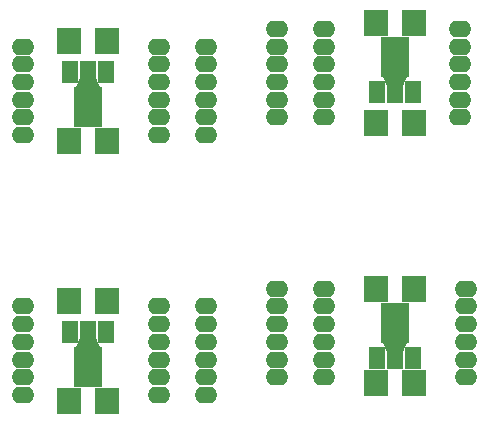
<source format=gbr>
G04 #@! TF.FileFunction,Soldermask,Top*
%FSLAX46Y46*%
G04 Gerber Fmt 4.6, Leading zero omitted, Abs format (unit mm)*
G04 Created by KiCad (PCBNEW 4.0.7) date 09/30/17 11:32:34*
%MOMM*%
%LPD*%
G01*
G04 APERTURE LIST*
%ADD10C,0.100000*%
%ADD11R,2.000000X2.200000*%
%ADD12O,1.924000X1.400000*%
%ADD13R,1.400760X1.901140*%
%ADD14R,2.398980X3.399740*%
G04 APERTURE END LIST*
D10*
D11*
X8400000Y-6500000D03*
X11600000Y-6500000D03*
X8400000Y-15000000D03*
X11600000Y-15000000D03*
D12*
X4500000Y-7000000D03*
X4500000Y-8500000D03*
X4500000Y-10000000D03*
X4500000Y-11500000D03*
X4500000Y-13000000D03*
X4500000Y-14500000D03*
X20000000Y-7000000D03*
X20000000Y-8500000D03*
X20000000Y-10000000D03*
X20000000Y-11500000D03*
X20000000Y-13000000D03*
X20000000Y-14500000D03*
X16000000Y-7000000D03*
X16000000Y-8500000D03*
X16000000Y-10000000D03*
X16000000Y-11500000D03*
X16000000Y-13000000D03*
X16000000Y-14500000D03*
D13*
X11501140Y-9148340D03*
X10000000Y-9148340D03*
X8498860Y-9148340D03*
D14*
X10000000Y-12099820D03*
D10*
G36*
X8799240Y-10825350D02*
X9299620Y-9676050D01*
X10700380Y-9676050D01*
X11200760Y-10825350D01*
X8799240Y-10825350D01*
X8799240Y-10825350D01*
G37*
D11*
X37600000Y-13500000D03*
X34400000Y-13500000D03*
X37600000Y-5000000D03*
X34400000Y-5000000D03*
D12*
X26000000Y-13000000D03*
X26000000Y-11500000D03*
X26000000Y-10000000D03*
X26000000Y-8500000D03*
X26000000Y-7000000D03*
X26000000Y-5500000D03*
X30000000Y-13000000D03*
X30000000Y-11500000D03*
X30000000Y-10000000D03*
X30000000Y-8500000D03*
X30000000Y-7000000D03*
X30000000Y-5500000D03*
X41500000Y-13000000D03*
X41500000Y-11500000D03*
X41500000Y-10000000D03*
X41500000Y-8500000D03*
X41500000Y-7000000D03*
X41500000Y-5500000D03*
D13*
X34498860Y-10851660D03*
X36000000Y-10851660D03*
X37501140Y-10851660D03*
D14*
X36000000Y-7900180D03*
D10*
G36*
X37200760Y-9174650D02*
X36700380Y-10323950D01*
X35299620Y-10323950D01*
X34799240Y-9174650D01*
X37200760Y-9174650D01*
X37200760Y-9174650D01*
G37*
D11*
X8400000Y-28500000D03*
X11600000Y-28500000D03*
X37600000Y-35500000D03*
X34400000Y-35500000D03*
X8400000Y-37000000D03*
X11600000Y-37000000D03*
X37600000Y-27500000D03*
X34400000Y-27500000D03*
D12*
X20000000Y-29000000D03*
X20000000Y-30500000D03*
X20000000Y-32000000D03*
X20000000Y-33500000D03*
X20000000Y-35000000D03*
X20000000Y-36500000D03*
X26000000Y-35000000D03*
X26000000Y-33500000D03*
X26000000Y-32000000D03*
X26000000Y-30500000D03*
X26000000Y-29000000D03*
X26000000Y-27500000D03*
X16000000Y-29000000D03*
X16000000Y-30500000D03*
X16000000Y-32000000D03*
X16000000Y-33500000D03*
X16000000Y-35000000D03*
X16000000Y-36500000D03*
X30000000Y-35000000D03*
X30000000Y-33500000D03*
X30000000Y-32000000D03*
X30000000Y-30500000D03*
X30000000Y-29000000D03*
X30000000Y-27500000D03*
X4500000Y-29000000D03*
X4500000Y-30500000D03*
X4500000Y-32000000D03*
X4500000Y-33500000D03*
X4500000Y-35000000D03*
X4500000Y-36500000D03*
X42000000Y-35000000D03*
X42000000Y-33500000D03*
X42000000Y-32000000D03*
X42000000Y-30500000D03*
X42000000Y-29000000D03*
X42000000Y-27500000D03*
D13*
X11501140Y-31148340D03*
X10000000Y-31148340D03*
X8498860Y-31148340D03*
D14*
X10000000Y-34099820D03*
D10*
G36*
X8799240Y-32825350D02*
X9299620Y-31676050D01*
X10700380Y-31676050D01*
X11200760Y-32825350D01*
X8799240Y-32825350D01*
X8799240Y-32825350D01*
G37*
D13*
X34498860Y-33351660D03*
X36000000Y-33351660D03*
X37501140Y-33351660D03*
D14*
X36000000Y-30400180D03*
D10*
G36*
X37200760Y-31674650D02*
X36700380Y-32823950D01*
X35299620Y-32823950D01*
X34799240Y-31674650D01*
X37200760Y-31674650D01*
X37200760Y-31674650D01*
G37*
M02*

</source>
